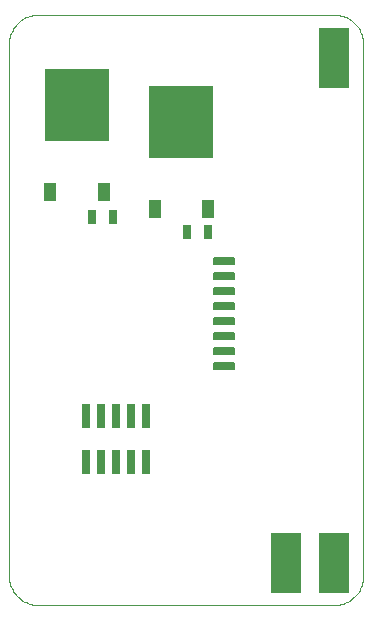
<source format=gbp>
G75*
G70*
%OFA0B0*%
%FSLAX24Y24*%
%IPPOS*%
%LPD*%
%AMOC8*
5,1,8,0,0,1.08239X$1,22.5*
%
%ADD10C,0.0000*%
%ADD11R,0.2126X0.2441*%
%ADD12R,0.0394X0.0630*%
%ADD13C,0.0055*%
%ADD14R,0.1000X0.2000*%
%ADD15R,0.0295X0.0827*%
%ADD16R,0.0315X0.0472*%
D10*
X016013Y005469D02*
X016013Y023186D01*
X016014Y023186D02*
X016016Y023248D01*
X016022Y023309D01*
X016031Y023370D01*
X016045Y023431D01*
X016062Y023490D01*
X016083Y023548D01*
X016108Y023605D01*
X016136Y023660D01*
X016167Y023713D01*
X016202Y023764D01*
X016240Y023813D01*
X016281Y023860D01*
X016324Y023903D01*
X016371Y023944D01*
X016420Y023982D01*
X016471Y024017D01*
X016524Y024048D01*
X016579Y024076D01*
X016636Y024101D01*
X016694Y024122D01*
X016753Y024139D01*
X016814Y024153D01*
X016875Y024162D01*
X016936Y024168D01*
X016998Y024170D01*
X026840Y024170D01*
X026902Y024168D01*
X026963Y024162D01*
X027024Y024153D01*
X027085Y024139D01*
X027144Y024122D01*
X027202Y024101D01*
X027259Y024076D01*
X027314Y024048D01*
X027367Y024017D01*
X027418Y023982D01*
X027467Y023944D01*
X027514Y023903D01*
X027557Y023860D01*
X027598Y023813D01*
X027636Y023764D01*
X027671Y023713D01*
X027702Y023660D01*
X027730Y023605D01*
X027755Y023548D01*
X027776Y023490D01*
X027793Y023431D01*
X027807Y023370D01*
X027816Y023309D01*
X027822Y023248D01*
X027824Y023186D01*
X027824Y005469D01*
X027822Y005407D01*
X027816Y005346D01*
X027807Y005285D01*
X027793Y005224D01*
X027776Y005165D01*
X027755Y005107D01*
X027730Y005050D01*
X027702Y004995D01*
X027671Y004942D01*
X027636Y004891D01*
X027598Y004842D01*
X027557Y004795D01*
X027514Y004752D01*
X027467Y004711D01*
X027418Y004673D01*
X027367Y004638D01*
X027314Y004607D01*
X027259Y004579D01*
X027202Y004554D01*
X027144Y004533D01*
X027085Y004516D01*
X027024Y004502D01*
X026963Y004493D01*
X026902Y004487D01*
X026840Y004485D01*
X016998Y004485D01*
X016936Y004487D01*
X016875Y004493D01*
X016814Y004502D01*
X016753Y004516D01*
X016694Y004533D01*
X016636Y004554D01*
X016579Y004579D01*
X016524Y004607D01*
X016471Y004638D01*
X016420Y004673D01*
X016371Y004711D01*
X016324Y004752D01*
X016281Y004795D01*
X016240Y004842D01*
X016202Y004891D01*
X016167Y004942D01*
X016136Y004995D01*
X016108Y005050D01*
X016083Y005107D01*
X016062Y005165D01*
X016045Y005224D01*
X016031Y005285D01*
X016022Y005346D01*
X016016Y005407D01*
X016014Y005469D01*
D11*
X021765Y020583D03*
X018281Y021146D03*
D12*
X017383Y018272D03*
X019179Y018272D03*
X020868Y017709D03*
X022663Y017709D03*
D13*
X022852Y016070D02*
X022852Y015848D01*
X022852Y016070D02*
X023506Y016070D01*
X023506Y015848D01*
X022852Y015848D01*
X022852Y015902D02*
X023506Y015902D01*
X023506Y015956D02*
X022852Y015956D01*
X022852Y016010D02*
X023506Y016010D01*
X023506Y016064D02*
X022852Y016064D01*
X022852Y015570D02*
X022852Y015348D01*
X022852Y015570D02*
X023506Y015570D01*
X023506Y015348D01*
X022852Y015348D01*
X022852Y015402D02*
X023506Y015402D01*
X023506Y015456D02*
X022852Y015456D01*
X022852Y015510D02*
X023506Y015510D01*
X023506Y015564D02*
X022852Y015564D01*
X022852Y015070D02*
X022852Y014848D01*
X022852Y015070D02*
X023506Y015070D01*
X023506Y014848D01*
X022852Y014848D01*
X022852Y014902D02*
X023506Y014902D01*
X023506Y014956D02*
X022852Y014956D01*
X022852Y015010D02*
X023506Y015010D01*
X023506Y015064D02*
X022852Y015064D01*
X022852Y014570D02*
X022852Y014348D01*
X022852Y014570D02*
X023506Y014570D01*
X023506Y014348D01*
X022852Y014348D01*
X022852Y014402D02*
X023506Y014402D01*
X023506Y014456D02*
X022852Y014456D01*
X022852Y014510D02*
X023506Y014510D01*
X023506Y014564D02*
X022852Y014564D01*
X022852Y014070D02*
X022852Y013848D01*
X022852Y014070D02*
X023506Y014070D01*
X023506Y013848D01*
X022852Y013848D01*
X022852Y013902D02*
X023506Y013902D01*
X023506Y013956D02*
X022852Y013956D01*
X022852Y014010D02*
X023506Y014010D01*
X023506Y014064D02*
X022852Y014064D01*
X022852Y013570D02*
X022852Y013348D01*
X022852Y013570D02*
X023506Y013570D01*
X023506Y013348D01*
X022852Y013348D01*
X022852Y013402D02*
X023506Y013402D01*
X023506Y013456D02*
X022852Y013456D01*
X022852Y013510D02*
X023506Y013510D01*
X023506Y013564D02*
X022852Y013564D01*
X022852Y013070D02*
X022852Y012848D01*
X022852Y013070D02*
X023506Y013070D01*
X023506Y012848D01*
X022852Y012848D01*
X022852Y012902D02*
X023506Y012902D01*
X023506Y012956D02*
X022852Y012956D01*
X022852Y013010D02*
X023506Y013010D01*
X023506Y013064D02*
X022852Y013064D01*
X022852Y012570D02*
X022852Y012348D01*
X022852Y012570D02*
X023506Y012570D01*
X023506Y012348D01*
X022852Y012348D01*
X022852Y012402D02*
X023506Y012402D01*
X023506Y012456D02*
X022852Y012456D01*
X022852Y012510D02*
X023506Y012510D01*
X023506Y012564D02*
X022852Y012564D01*
D14*
X025265Y005902D03*
X026840Y005902D03*
X026840Y022713D03*
D15*
X020570Y010804D03*
X020070Y010804D03*
X019570Y010804D03*
X019070Y010804D03*
X018570Y010804D03*
X018570Y009268D03*
X019070Y009268D03*
X019570Y009268D03*
X020070Y009268D03*
X020570Y009268D03*
D16*
X021958Y016926D03*
X022667Y016926D03*
X019478Y017438D03*
X018769Y017438D03*
M02*

</source>
